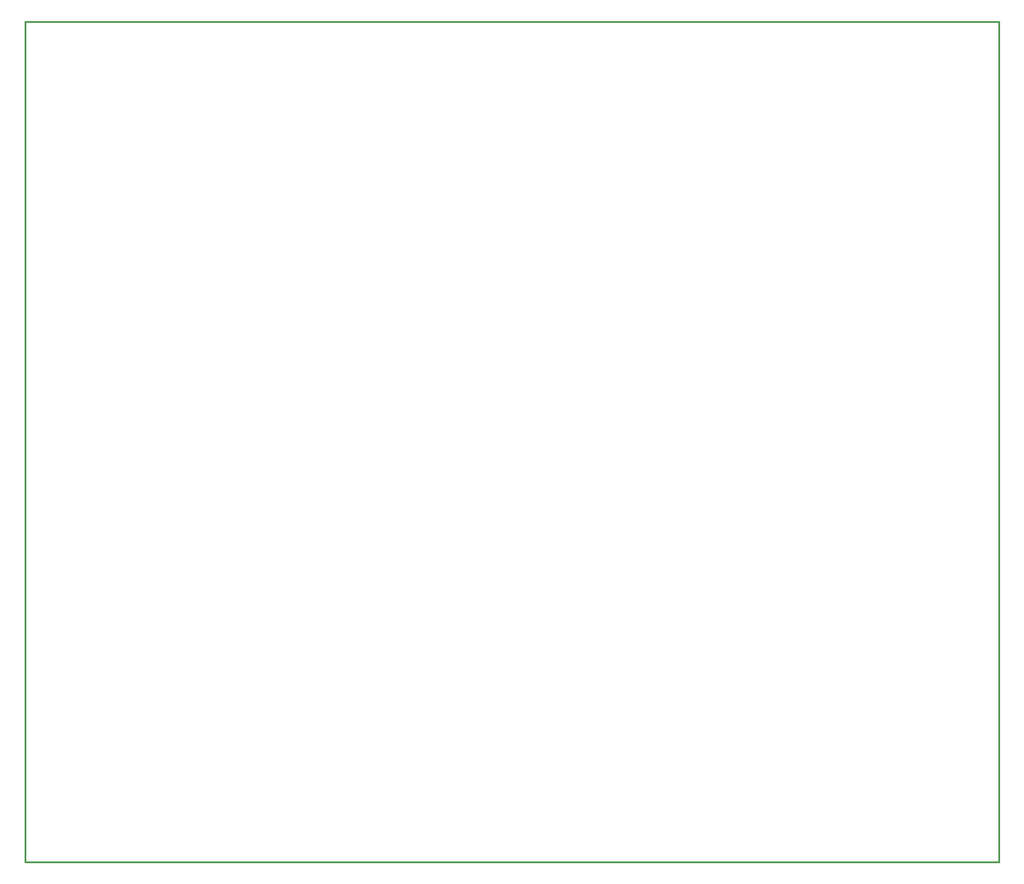
<source format=gbr>
G04 (created by PCBNEW-RS274X (2012-jan-04)-stable) date 2012-05-03T20:40:29 CEST*
G01*
G70*
G90*
%MOIN*%
G04 Gerber Fmt 3.4, Leading zero omitted, Abs format*
%FSLAX34Y34*%
G04 APERTURE LIST*
%ADD10C,0.006000*%
%ADD11C,0.015000*%
G04 APERTURE END LIST*
G54D10*
G54D11*
X112500Y-92000D02*
X17500Y-92000D01*
X112500Y-10000D02*
X17500Y-10000D01*
X112500Y-10000D02*
X112500Y-92000D01*
X17500Y-92000D02*
X17500Y-10000D01*
M02*

</source>
